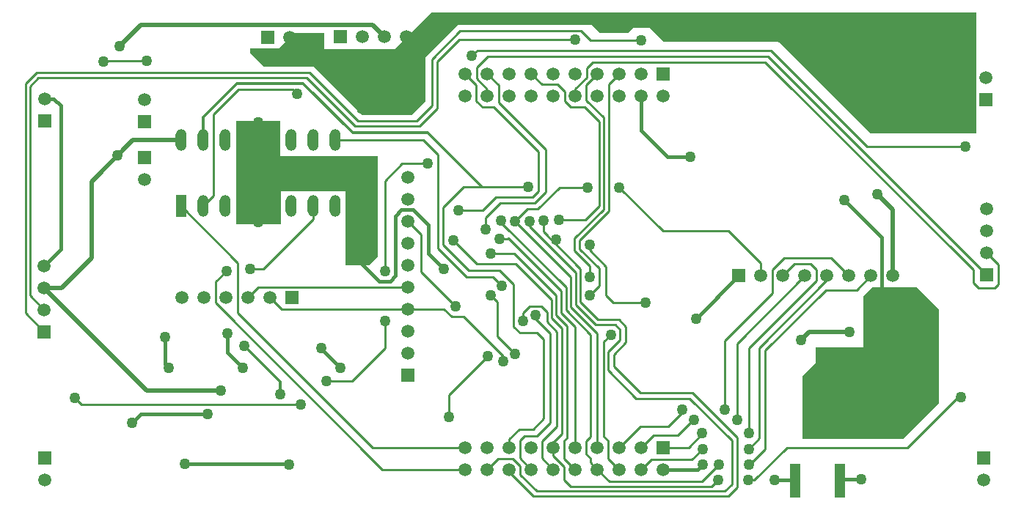
<source format=gbl>
G04 Layer_Physical_Order=2*
G04 Layer_Color=16711680*
%FSLAX25Y25*%
%MOIN*%
G70*
G01*
G75*
%ADD34R,0.05118X0.15748*%
%ADD36C,0.01000*%
%ADD37C,0.01200*%
%ADD38C,0.01600*%
%ADD39C,0.02000*%
%ADD41O,0.05000X0.10000*%
%ADD42R,0.05000X0.10000*%
%ADD43R,0.05906X0.05906*%
%ADD44C,0.05906*%
%ADD45R,0.05906X0.05906*%
%ADD46C,0.05000*%
G36*
X453900Y187300D02*
Y144300D01*
X437700Y128100D01*
X391900D01*
Y156800D01*
X398100Y163000D01*
Y169800D01*
X419500D01*
Y193000D01*
X423800Y197300D01*
X443900D01*
X453900Y187300D01*
D02*
G37*
G36*
X154700Y257000D02*
X199000D01*
Y211000D01*
X195100Y207100D01*
X184200D01*
Y241000D01*
X155000D01*
Y226000D01*
X134500D01*
Y273000D01*
X154700D01*
Y257000D01*
D02*
G37*
G36*
X471100Y322300D02*
X471100Y267300D01*
X422825D01*
X381100Y309025D01*
X328825D01*
X322600Y315250D01*
X315250D01*
X312800Y312800D01*
X300100Y312800D01*
X296200Y316700D01*
X235500D01*
X220700Y301900D01*
X220700Y281800D01*
X214600Y275700D01*
X191900D01*
X170000Y297600D01*
X147200Y297600D01*
X140900Y303900D01*
Y306000D01*
X154300D01*
X161100Y312800D01*
X174800D01*
Y305700D01*
X206700D01*
X223300Y322300D01*
X471100Y322300D01*
D02*
G37*
D34*
X388761Y109274D02*
D03*
X408839D02*
D03*
D36*
X340200Y124300D02*
X346700Y130800D01*
X125300Y199800D02*
X130200Y204700D01*
X125300Y190100D02*
Y199800D01*
Y190100D02*
X201100Y114300D01*
X238800D01*
X160200Y287200D02*
X162300Y285100D01*
X135700Y287200D02*
X160200D01*
X124400Y275900D02*
X135700Y287200D01*
X124400Y238955D02*
Y275900D01*
X119545Y234100D02*
X124400Y238955D01*
X196700Y124300D02*
X238800D01*
X475500Y213000D02*
X481000Y207500D01*
Y198600D02*
Y207500D01*
X479200Y196800D02*
X481000Y198600D01*
X472000Y196800D02*
X479200D01*
X469500Y199300D02*
X472000Y196800D01*
X375100Y299500D02*
X469500Y205100D01*
Y199300D02*
Y205100D01*
X376300Y302200D02*
X475500Y203000D01*
X293900Y296800D02*
X296600Y299500D01*
X293900Y292700D02*
Y296800D01*
X288800Y287600D02*
X293900Y292700D01*
X288800Y284300D02*
Y287600D01*
X296600Y299500D02*
X375100D01*
X303900Y231800D02*
Y289400D01*
X308800Y294300D01*
X268800D02*
X273700Y289400D01*
X280700D01*
X248800Y284300D02*
Y287300D01*
X155215Y187300D02*
X212500D01*
X150015Y192500D02*
X155215Y187300D01*
X144815Y197300D02*
X212500D01*
X140015Y192500D02*
X144815Y197300D01*
X416500Y196000D02*
X423100Y202600D01*
X402700Y196000D02*
X416500D01*
X375100Y168400D02*
X402700Y196000D01*
X372200Y169500D02*
X403100Y200400D01*
X372200Y128400D02*
Y169500D01*
X367500Y123700D02*
X372200Y128400D01*
X403100Y200400D02*
Y202600D01*
X405000Y210700D02*
X413100Y202600D01*
X383600Y210700D02*
X405000D01*
X378200Y205300D02*
X383600Y210700D01*
X378200Y194600D02*
Y205300D01*
X398200Y200200D02*
Y205200D01*
X395600Y207800D02*
X398200Y205200D01*
X388300Y207800D02*
X395600D01*
X383100Y202600D02*
X388300Y207800D01*
X367600Y169600D02*
X398200Y200200D01*
X367600Y130800D02*
Y169600D01*
X362200Y171700D02*
X393100Y202600D01*
X362200Y136900D02*
Y171700D01*
X356500Y172900D02*
X378200Y194600D01*
X356500Y141700D02*
Y172900D01*
X360000Y107700D02*
Y127400D01*
X340700Y146700D02*
X360000Y127400D01*
X362300Y106300D02*
Y128900D01*
X341900Y149300D02*
X362300Y128900D01*
X318200Y149300D02*
X341900D01*
X316400Y146700D02*
X340700D01*
X306300Y161200D02*
X318200Y149300D01*
X303700Y159400D02*
X316400Y146700D01*
X335400Y129900D02*
X342400Y136900D01*
X331000Y133900D02*
X337300Y140200D01*
Y141700D01*
X342400Y136900D02*
X342800D01*
X346300Y130800D02*
X346700D01*
X328800Y124300D02*
X340200D01*
X341700Y118900D02*
X346500Y123700D01*
X323400Y118900D02*
X341700D01*
X318400Y133900D02*
X331000D01*
X308800Y124300D02*
X318400Y133900D01*
X324400Y129900D02*
X335400D01*
X318800Y124300D02*
X324400Y129900D01*
X318800Y114300D02*
X323400Y118900D01*
X303700Y159400D02*
Y167900D01*
X306300Y161200D02*
Y166700D01*
X311800Y172200D01*
X267000Y232900D02*
X271800D01*
X267900Y224800D02*
Y227200D01*
X274200Y222400D02*
Y227400D01*
X299500Y234100D02*
Y272700D01*
X261400Y227300D02*
X267000Y232900D01*
X270400Y235600D02*
X275200Y240400D01*
X254600Y235600D02*
X270400D01*
X269300Y238300D02*
X272000Y241000D01*
X252800Y238300D02*
X269300D01*
X306100Y190200D02*
X320800D01*
X302700Y193600D02*
X306100Y190200D01*
X302700Y193600D02*
Y206600D01*
X295211Y214089D02*
X302700Y206600D01*
X272000Y241000D02*
Y259000D01*
X251700Y279300D02*
X272000Y259000D01*
X246500Y279300D02*
X251700D01*
X243800Y282000D02*
X246500Y279300D01*
X243800Y282000D02*
Y289300D01*
X275200Y240400D02*
Y259800D01*
X253900Y281100D02*
X275200Y259800D01*
X231300Y138200D02*
Y148300D01*
X249000Y166000D01*
X256000Y163700D02*
Y165991D01*
X232500Y183900D02*
X238091D01*
X256000Y165991D01*
X229100Y187300D02*
X232500Y183900D01*
X212500Y187300D02*
X229100D01*
X253300Y175000D02*
X261400Y166900D01*
X311800Y172200D02*
Y179300D01*
X299100Y182600D02*
X308500D01*
X291100Y190600D02*
X299100Y182600D01*
X291100Y190600D02*
Y205500D01*
X298100Y180100D02*
X306900D01*
X288900Y189300D02*
X298100Y180100D01*
X288900Y189300D02*
Y203800D01*
X267900Y224800D02*
X288900Y203800D01*
X308500Y182600D02*
X311800Y179300D01*
X258800Y113100D02*
Y114300D01*
X306900Y180100D02*
X309100Y177900D01*
Y173300D02*
Y177900D01*
X303700Y167900D02*
X309100Y173300D01*
X263800Y111900D02*
Y115800D01*
X260300Y119300D02*
X263800Y115800D01*
X253800Y119300D02*
X260300D01*
X248800Y114300D02*
X253800Y119300D01*
X286800Y188100D02*
X298800Y176100D01*
X286800Y188100D02*
Y201900D01*
X261400Y227300D02*
X286800Y201900D01*
X284500Y186800D02*
X295600Y175700D01*
X284500Y186800D02*
Y197100D01*
X282200Y185700D02*
X288800Y179100D01*
X282200Y185700D02*
Y195500D01*
X280100Y184600D02*
X285000Y179700D01*
X280100Y184600D02*
Y193500D01*
X278000Y183200D02*
X282800Y178400D01*
X278000Y183200D02*
Y191500D01*
X261700Y207800D02*
X278000Y191500D01*
X276000Y181400D02*
X280400Y177000D01*
X298800Y124300D02*
Y176100D01*
X295600Y129200D02*
Y175700D01*
X288800Y124300D02*
Y179100D01*
X285000Y128700D02*
Y179700D01*
X283800Y127500D02*
X285000Y128700D01*
X278800Y126600D02*
X282800Y130600D01*
Y178400D01*
X280400Y133800D02*
Y177000D01*
X280700Y289400D02*
X283900Y286200D01*
Y282000D02*
Y286200D01*
Y282000D02*
X286600Y279300D01*
X292900D01*
X299500Y272700D01*
X301600Y232600D02*
Y274400D01*
X293800Y282200D02*
X301600Y274400D01*
X293800Y282200D02*
Y289300D01*
X295300Y193600D02*
X299500Y197800D01*
Y205900D01*
X290700Y214700D02*
X299500Y205900D01*
X295400Y201900D02*
Y206800D01*
X288400Y213800D02*
X295400Y206800D01*
X288400Y213800D02*
Y219400D01*
X301600Y232600D01*
X290700Y214700D02*
Y218600D01*
X303900Y231800D01*
X293800Y289300D02*
X298800Y294300D01*
X248800D02*
X253900Y289200D01*
Y281100D02*
Y289200D01*
X228800Y233600D02*
X238000Y242800D01*
X253300Y175000D02*
Y190600D01*
X269500Y132700D02*
X274300Y137500D01*
X263300Y132700D02*
X269500D01*
X258800Y128200D02*
X263300Y132700D01*
X258800Y124300D02*
Y128200D01*
X274300Y137500D02*
Y173600D01*
X271300Y176600D02*
X274300Y173600D01*
X263500Y176600D02*
X271300D01*
X260800Y179300D02*
X263500Y176600D01*
X260800Y179300D02*
Y198400D01*
X254200Y205000D02*
X260800Y198400D01*
X271300Y129500D02*
X277400Y135600D01*
X265600Y129500D02*
X271300D01*
X263700Y127600D02*
X265600Y129500D01*
X263700Y119400D02*
X268800Y114300D01*
X263700Y119400D02*
Y127600D01*
X273700Y127100D02*
X280400Y133800D01*
X273700Y119400D02*
Y127100D01*
Y119400D02*
X278800Y114300D01*
X303800Y119300D02*
X308800Y114300D01*
X303800Y119300D02*
Y127200D01*
X301600Y129400D02*
X303800Y127200D01*
X301600Y129400D02*
Y172400D01*
X304900Y175700D01*
X278800Y124300D02*
Y126600D01*
X283800Y119300D02*
Y127500D01*
Y119300D02*
X288800Y114300D01*
X295600Y117500D02*
Y119400D01*
X293700Y121300D02*
X295600Y119400D01*
X293700Y121300D02*
Y127300D01*
X295600Y129200D01*
Y117500D02*
X298800Y114300D01*
X212500Y227300D02*
X218500Y221300D01*
Y204300D02*
Y221300D01*
X258800Y113100D02*
X269700Y102200D01*
X358200D02*
X362300Y106300D01*
X278800Y120600D02*
Y124300D01*
Y120600D02*
X283700Y115700D01*
Y109700D02*
Y115700D01*
X269700Y102200D02*
X358200D01*
X356700Y104400D02*
X360000Y107700D01*
X263800Y111900D02*
X271300Y104400D01*
X356700D01*
X375100Y123500D02*
Y168400D01*
X283700Y109700D02*
X286800Y106600D01*
X350800D01*
X353600Y109400D01*
X298800Y114300D02*
X304300Y108800D01*
X346200D01*
X353900Y116500D01*
X368100D02*
X375100Y123500D01*
X368000Y116600D02*
X368100Y116500D01*
X367800Y116600D02*
X368000D01*
X367300Y109400D02*
X370000D01*
X384900Y124300D01*
X439800D01*
X462800Y147300D01*
X464100D01*
X246700Y232200D02*
X252800Y238300D01*
X235600Y232200D02*
X246700D01*
X210100Y253500D02*
X221800D01*
X202200Y245600D02*
X210100Y253500D01*
X202200Y204700D02*
Y245600D01*
X241800Y302400D02*
X244400Y305000D01*
X377700D02*
X421400Y261300D01*
X465900D01*
X40900Y193500D02*
X47400Y187000D01*
X295500Y309700D02*
X318800D01*
X291300Y313900D02*
X295500Y309700D01*
X244000Y292100D02*
X248800Y287300D01*
X244000Y292100D02*
Y297200D01*
X244400Y305000D02*
X377700D01*
X238800Y294300D02*
X243800Y289300D01*
X244000Y297200D02*
X249000Y302200D01*
X376300D01*
X38900Y185500D02*
X47400Y177000D01*
X235900Y309800D02*
X288800D01*
X74800Y300200D02*
X94100D01*
X74400Y299800D02*
X74800Y300200D01*
X61200Y146800D02*
X64200Y143800D01*
X295211Y214089D02*
Y216611D01*
X248000Y223400D02*
Y229000D01*
X254600Y235600D01*
X255100Y226500D02*
X284500Y197100D01*
X255100Y226500D02*
Y227500D01*
X264989Y185589D02*
X268000Y188600D01*
X273300D01*
X276000Y185900D01*
Y181400D02*
Y185900D01*
X270600Y182900D02*
Y184700D01*
Y182900D02*
X277400Y176100D01*
Y135600D02*
Y176100D01*
X218500Y204300D02*
X234400Y188400D01*
X264989Y181900D02*
Y185589D01*
X251300Y201800D02*
X255300Y197800D01*
X250400Y193500D02*
X253300Y190600D01*
X271800Y232900D02*
X281600Y242700D01*
X294400D01*
X293200Y227800D02*
X299500Y234100D01*
X281200Y227800D02*
X293200D01*
X109545Y234100D02*
X135300Y208345D01*
Y185700D02*
X196700Y124300D01*
X135300Y185700D02*
Y208345D01*
X141100Y205700D02*
X146900D01*
X169545Y228345D01*
Y234100D01*
X233200Y218700D02*
X244100Y207800D01*
X261700D01*
X260900Y212700D02*
X280100Y193500D01*
X260800Y212600D02*
X260900Y212700D01*
X250300Y212600D02*
X260800D01*
X258300Y219400D02*
X282200Y195500D01*
X258000Y219100D02*
X258300Y219400D01*
X254400Y219100D02*
X258000D01*
X179545Y264100D02*
X219700D01*
X226300Y257500D01*
X238000Y242800D02*
X246400D01*
X267300D01*
X40900Y193500D02*
Y288637D01*
X44763Y292500D01*
X166500D01*
X188600Y270400D01*
X226050Y299950D02*
X235900Y309800D01*
X188600Y270400D02*
X218000D01*
X226050Y278450D01*
Y299950D01*
X38900Y185500D02*
Y290000D01*
X43900Y295000D01*
X167900D01*
X189900Y273000D01*
X236400Y313900D02*
X291300D01*
X223500Y301000D02*
X236400Y313900D01*
X189900Y273000D02*
X216700D01*
X223500Y279800D01*
Y301000D01*
X308800Y242700D02*
X328500Y223000D01*
X358400D01*
X373100Y208300D01*
Y202600D02*
Y208300D01*
X64200Y143800D02*
X164000D01*
X228800Y216400D02*
Y233600D01*
Y216400D02*
X240200Y205000D01*
X254200D01*
X226300Y214900D02*
Y257500D01*
X239400Y201800D02*
X251300D01*
X274200Y222400D02*
X291100Y205500D01*
X226300Y214900D02*
X239400Y201800D01*
X175500Y154400D02*
X187200D01*
X202200Y169400D01*
Y181900D01*
X173300Y169200D02*
Y169400D01*
D37*
X119545Y274445D02*
X135000Y289900D01*
X119545Y264100D02*
Y274445D01*
X138350Y170450D02*
X154700Y154100D01*
Y148500D02*
Y154100D01*
X135000Y289900D02*
X165000D01*
X187500Y267400D01*
X221800D01*
X246400Y242800D01*
D38*
X188800Y210900D02*
Y229700D01*
X130600Y167600D02*
X137750Y160450D01*
X130600Y167600D02*
Y176200D01*
X111300Y116800D02*
X158300D01*
X158500Y116600D01*
X379400Y109500D02*
X388535D01*
X388761Y109274D01*
X409365Y109800D02*
X418800D01*
X408839Y109274D02*
X409365Y109800D01*
X328800Y114300D02*
X344400D01*
X346700Y116600D01*
X47700Y283000D02*
X51800D01*
X55000Y279800D01*
Y214600D02*
Y279800D01*
X47400Y207000D02*
X55000Y214600D01*
X91200Y139500D02*
X121616D01*
X87200Y135500D02*
X91200Y139500D01*
X343500Y183000D02*
X363100Y202600D01*
X318800Y268500D02*
Y284300D01*
Y268500D02*
X330700Y256600D01*
X340900D01*
X222000Y212700D02*
X229000Y205700D01*
X222000Y212700D02*
Y225600D01*
X215100Y232500D02*
X222000Y225600D01*
X209800Y232500D02*
X215100D01*
X207000Y229700D02*
X209800Y232500D01*
X204600Y200000D02*
X207000Y202400D01*
Y229700D01*
X188800Y210900D02*
X199700Y200000D01*
X204600D01*
X102400Y162200D02*
Y174600D01*
Y162200D02*
X103900Y160700D01*
X173300Y169200D02*
X182100Y160400D01*
X425300Y191100D02*
X428100Y193900D01*
Y219900D01*
X411100Y236900D02*
X428100Y219900D01*
D39*
X47400Y197000D02*
X94100Y150300D01*
X127500D01*
X87800Y264100D02*
X109545D01*
X68900Y210700D02*
Y245200D01*
X55200Y197000D02*
X68900Y210700D01*
X47400Y197000D02*
X55200D01*
X196600Y316500D02*
X202000Y311100D01*
X91200Y316500D02*
X196600D01*
X81600Y306900D02*
X91200Y316500D01*
X394900Y176900D02*
X413400D01*
X391300Y173300D02*
X394900Y176900D01*
X433100Y202600D02*
Y232687D01*
X426143Y239643D02*
X433100Y232687D01*
X68900Y245200D02*
X87800Y264100D01*
D41*
X179545D02*
D03*
X169545D02*
D03*
X159545D02*
D03*
X149545D02*
D03*
X139545D02*
D03*
X129545D02*
D03*
X119545D02*
D03*
X109545D02*
D03*
X179545Y234100D02*
D03*
X169545D02*
D03*
X159545D02*
D03*
X149545D02*
D03*
X139545D02*
D03*
X129545D02*
D03*
X119545D02*
D03*
D42*
X109545D02*
D03*
D43*
X475400Y282600D02*
D03*
X475500Y203000D02*
D03*
X47400Y177000D02*
D03*
X93042Y272642D02*
D03*
Y256043D02*
D03*
X47700Y273000D02*
D03*
X474400Y119400D02*
D03*
X47800Y119500D02*
D03*
X212500Y157300D02*
D03*
D44*
X475400Y292600D02*
D03*
X158900Y310800D02*
D03*
X212000Y311100D02*
D03*
X202000D02*
D03*
X192000D02*
D03*
X475500Y233000D02*
D03*
Y223000D02*
D03*
Y213000D02*
D03*
X47400Y207000D02*
D03*
Y197000D02*
D03*
Y187000D02*
D03*
X93042Y282643D02*
D03*
Y246042D02*
D03*
X47700Y283000D02*
D03*
X474400Y109400D02*
D03*
X47800Y109500D02*
D03*
X318800Y114300D02*
D03*
X328800D02*
D03*
X298800D02*
D03*
X308800D02*
D03*
X278800D02*
D03*
X288800D02*
D03*
X268800D02*
D03*
X258800D02*
D03*
X238800D02*
D03*
X248800D02*
D03*
X318800Y124300D02*
D03*
X308800D02*
D03*
X288800D02*
D03*
X298800D02*
D03*
X268800D02*
D03*
X278800D02*
D03*
X258800D02*
D03*
X248800D02*
D03*
X238800D02*
D03*
X373100Y202600D02*
D03*
X383100D02*
D03*
X393100D02*
D03*
X403100D02*
D03*
X413100D02*
D03*
X423100D02*
D03*
X433100D02*
D03*
X150015Y192500D02*
D03*
X140015D02*
D03*
X130015D02*
D03*
X120015D02*
D03*
X110015D02*
D03*
X328800Y284300D02*
D03*
X318800Y294300D02*
D03*
Y284300D02*
D03*
X308800Y294300D02*
D03*
Y284300D02*
D03*
X298800Y294300D02*
D03*
Y284300D02*
D03*
X288800Y294300D02*
D03*
Y284300D02*
D03*
X278800Y294300D02*
D03*
Y284300D02*
D03*
X268800Y294300D02*
D03*
Y284300D02*
D03*
X258800Y294300D02*
D03*
Y284300D02*
D03*
X248800Y294300D02*
D03*
Y284300D02*
D03*
X238800Y294300D02*
D03*
Y284300D02*
D03*
X212500Y217300D02*
D03*
Y227300D02*
D03*
Y237300D02*
D03*
Y167300D02*
D03*
Y177300D02*
D03*
Y207300D02*
D03*
Y247300D02*
D03*
Y187300D02*
D03*
Y197300D02*
D03*
D45*
X148900Y310800D02*
D03*
X182000Y311100D02*
D03*
X328800Y124300D02*
D03*
X363100Y202600D02*
D03*
X160015Y192500D02*
D03*
X328800Y294300D02*
D03*
D46*
X403200Y164900D02*
D03*
X130200Y204700D02*
D03*
X162300Y285100D02*
D03*
X280000Y219000D02*
D03*
X356500Y141700D02*
D03*
X362200Y136900D02*
D03*
X367600Y130800D02*
D03*
X367500Y123700D02*
D03*
X337300Y141700D02*
D03*
X342800Y136900D02*
D03*
X346300Y130800D02*
D03*
X346500Y123700D02*
D03*
X308800Y242700D02*
D03*
X267900Y227200D02*
D03*
X274200Y227400D02*
D03*
X320800Y190200D02*
D03*
X231300Y138200D02*
D03*
X249000Y166000D02*
D03*
X256000Y163700D02*
D03*
X233200Y218700D02*
D03*
X261400Y166900D02*
D03*
Y227300D02*
D03*
X295400Y201900D02*
D03*
X295300Y193600D02*
D03*
X304900Y175700D02*
D03*
X267300Y242800D02*
D03*
X353600Y109400D02*
D03*
X353900Y116500D02*
D03*
X367800Y116600D02*
D03*
X367300Y109400D02*
D03*
X464100Y147300D02*
D03*
X235600Y232200D02*
D03*
X221800Y253500D02*
D03*
X202200Y204700D02*
D03*
Y181900D02*
D03*
X175500Y154400D02*
D03*
X164000Y143800D02*
D03*
X61200Y146800D02*
D03*
X241800Y302400D02*
D03*
X465900Y261300D02*
D03*
X318800Y309700D02*
D03*
X288800Y309800D02*
D03*
X74400Y299800D02*
D03*
X94100Y300200D02*
D03*
X138350Y170450D02*
D03*
X154700Y148500D02*
D03*
X127500Y150300D02*
D03*
X81600Y306900D02*
D03*
X80500Y257100D02*
D03*
X295211Y216611D02*
D03*
X248000Y223400D02*
D03*
X255100Y227500D02*
D03*
X270600Y184700D02*
D03*
X234400Y188400D02*
D03*
X137750Y160450D02*
D03*
X130600Y176200D02*
D03*
X111300Y116800D02*
D03*
X158500Y116600D02*
D03*
X391300Y173300D02*
D03*
X413400Y176900D02*
D03*
X426143Y239643D02*
D03*
X264989Y181900D02*
D03*
X255300Y197800D02*
D03*
X250400Y193500D02*
D03*
X294400Y242700D02*
D03*
X281200Y227800D02*
D03*
X141100Y205700D02*
D03*
X250300Y212600D02*
D03*
X254400Y219100D02*
D03*
X191800Y278500D02*
D03*
X198600D02*
D03*
X205700Y278700D02*
D03*
X212600Y278600D02*
D03*
X121616Y139500D02*
D03*
X425300Y191100D02*
D03*
X441600Y190900D02*
D03*
X421400Y139200D02*
D03*
X435100D02*
D03*
X394300Y152700D02*
D03*
X418800Y109800D02*
D03*
X379400Y109500D02*
D03*
X434300Y152100D02*
D03*
X434600Y164400D02*
D03*
X346700Y116600D02*
D03*
X87200Y135500D02*
D03*
X343500Y183000D02*
D03*
X340900Y256600D02*
D03*
X406800Y302200D02*
D03*
X229000Y205700D02*
D03*
X188800Y229700D02*
D03*
X144700Y272200D02*
D03*
X144600Y226900D02*
D03*
X139700Y244600D02*
D03*
X149800Y244400D02*
D03*
X149900Y252600D02*
D03*
X139700Y252900D02*
D03*
X159600Y248200D02*
D03*
X169700Y248000D02*
D03*
X189000Y248500D02*
D03*
X188500Y220600D02*
D03*
X188300Y213300D02*
D03*
X102400Y174600D02*
D03*
X103900Y160700D02*
D03*
X173300Y169400D02*
D03*
X182100Y160400D02*
D03*
X450900Y274500D02*
D03*
X461800Y302500D02*
D03*
X437100Y301900D02*
D03*
X411100Y236900D02*
D03*
M02*

</source>
